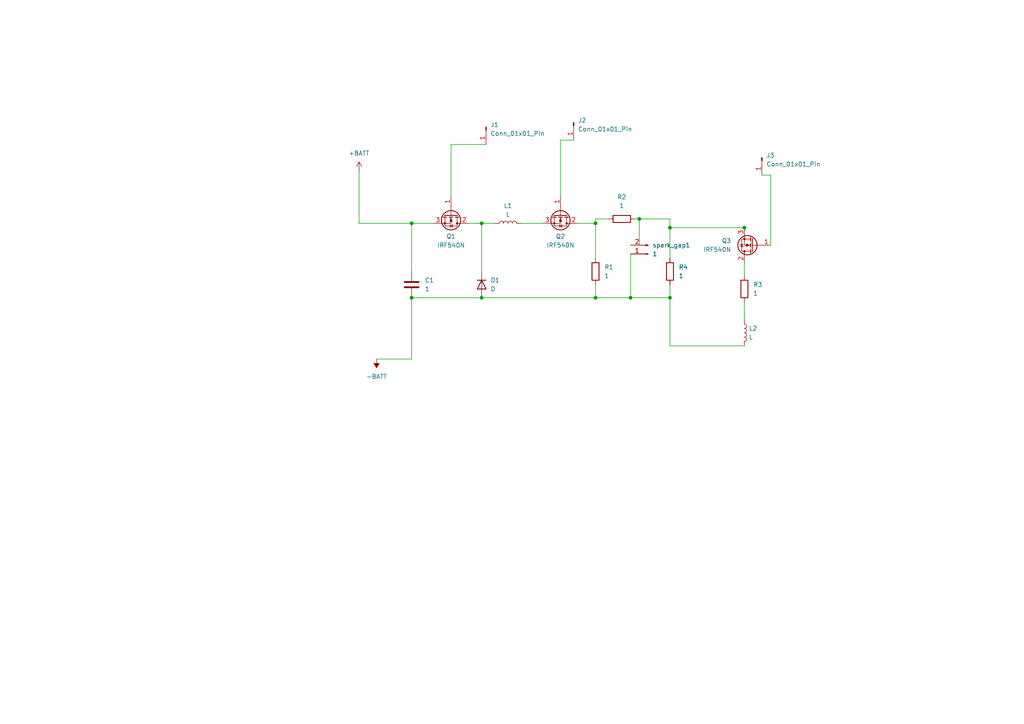
<source format=kicad_sch>
(kicad_sch (version 20230121) (generator eeschema)

  (uuid 11abf7e9-2284-4a17-a76f-d8d468ce9a11)

  (paper "A4")

  (lib_symbols
    (symbol "Connector:Conn_01x01_Pin" (pin_names (offset 1.016) hide) (in_bom yes) (on_board yes)
      (property "Reference" "J" (at 0 2.54 0)
        (effects (font (size 1.27 1.27)))
      )
      (property "Value" "Conn_01x01_Pin" (at 0 -2.54 0)
        (effects (font (size 1.27 1.27)))
      )
      (property "Footprint" "" (at 0 0 0)
        (effects (font (size 1.27 1.27)) hide)
      )
      (property "Datasheet" "~" (at 0 0 0)
        (effects (font (size 1.27 1.27)) hide)
      )
      (property "ki_locked" "" (at 0 0 0)
        (effects (font (size 1.27 1.27)))
      )
      (property "ki_keywords" "connector" (at 0 0 0)
        (effects (font (size 1.27 1.27)) hide)
      )
      (property "ki_description" "Generic connector, single row, 01x01, script generated" (at 0 0 0)
        (effects (font (size 1.27 1.27)) hide)
      )
      (property "ki_fp_filters" "Connector*:*_1x??_*" (at 0 0 0)
        (effects (font (size 1.27 1.27)) hide)
      )
      (symbol "Conn_01x01_Pin_1_1"
        (polyline
          (pts
            (xy 1.27 0)
            (xy 0.8636 0)
          )
          (stroke (width 0.1524) (type default))
          (fill (type none))
        )
        (rectangle (start 0.8636 0.127) (end 0 -0.127)
          (stroke (width 0.1524) (type default))
          (fill (type outline))
        )
        (pin passive line (at 5.08 0 180) (length 3.81)
          (name "Pin_1" (effects (font (size 1.27 1.27))))
          (number "1" (effects (font (size 1.27 1.27))))
        )
      )
    )
    (symbol "Connector:Conn_01x02_Pin" (pin_names (offset 1.016) hide) (in_bom yes) (on_board yes)
      (property "Reference" "J" (at 0 2.54 0)
        (effects (font (size 1.27 1.27)))
      )
      (property "Value" "Conn_01x02_Pin" (at 0 -5.08 0)
        (effects (font (size 1.27 1.27)))
      )
      (property "Footprint" "" (at 0 0 0)
        (effects (font (size 1.27 1.27)) hide)
      )
      (property "Datasheet" "~" (at 0 0 0)
        (effects (font (size 1.27 1.27)) hide)
      )
      (property "ki_locked" "" (at 0 0 0)
        (effects (font (size 1.27 1.27)))
      )
      (property "ki_keywords" "connector" (at 0 0 0)
        (effects (font (size 1.27 1.27)) hide)
      )
      (property "ki_description" "Generic connector, single row, 01x02, script generated" (at 0 0 0)
        (effects (font (size 1.27 1.27)) hide)
      )
      (property "ki_fp_filters" "Connector*:*_1x??_*" (at 0 0 0)
        (effects (font (size 1.27 1.27)) hide)
      )
      (symbol "Conn_01x02_Pin_1_1"
        (polyline
          (pts
            (xy 1.27 -2.54)
            (xy 0.8636 -2.54)
          )
          (stroke (width 0.1524) (type default))
          (fill (type none))
        )
        (polyline
          (pts
            (xy 1.27 0)
            (xy 0.8636 0)
          )
          (stroke (width 0.1524) (type default))
          (fill (type none))
        )
        (rectangle (start 0.8636 -2.413) (end 0 -2.667)
          (stroke (width 0.1524) (type default))
          (fill (type outline))
        )
        (rectangle (start 0.8636 0.127) (end 0 -0.127)
          (stroke (width 0.1524) (type default))
          (fill (type outline))
        )
        (pin passive line (at 5.08 0 180) (length 3.81)
          (name "Pin_1" (effects (font (size 1.27 1.27))))
          (number "1" (effects (font (size 1.27 1.27))))
        )
        (pin passive line (at 5.08 -2.54 180) (length 3.81)
          (name "Pin_2" (effects (font (size 1.27 1.27))))
          (number "2" (effects (font (size 1.27 1.27))))
        )
      )
    )
    (symbol "Device:C" (pin_numbers hide) (pin_names (offset 0.254)) (in_bom yes) (on_board yes)
      (property "Reference" "C" (at 0.635 2.54 0)
        (effects (font (size 1.27 1.27)) (justify left))
      )
      (property "Value" "C" (at 0.635 -2.54 0)
        (effects (font (size 1.27 1.27)) (justify left))
      )
      (property "Footprint" "" (at 0.9652 -3.81 0)
        (effects (font (size 1.27 1.27)) hide)
      )
      (property "Datasheet" "~" (at 0 0 0)
        (effects (font (size 1.27 1.27)) hide)
      )
      (property "ki_keywords" "cap capacitor" (at 0 0 0)
        (effects (font (size 1.27 1.27)) hide)
      )
      (property "ki_description" "Unpolarized capacitor" (at 0 0 0)
        (effects (font (size 1.27 1.27)) hide)
      )
      (property "ki_fp_filters" "C_*" (at 0 0 0)
        (effects (font (size 1.27 1.27)) hide)
      )
      (symbol "C_0_1"
        (polyline
          (pts
            (xy -2.032 -0.762)
            (xy 2.032 -0.762)
          )
          (stroke (width 0.508) (type default))
          (fill (type none))
        )
        (polyline
          (pts
            (xy -2.032 0.762)
            (xy 2.032 0.762)
          )
          (stroke (width 0.508) (type default))
          (fill (type none))
        )
      )
      (symbol "C_1_1"
        (pin passive line (at 0 3.81 270) (length 2.794)
          (name "~" (effects (font (size 1.27 1.27))))
          (number "1" (effects (font (size 1.27 1.27))))
        )
        (pin passive line (at 0 -3.81 90) (length 2.794)
          (name "~" (effects (font (size 1.27 1.27))))
          (number "2" (effects (font (size 1.27 1.27))))
        )
      )
    )
    (symbol "Device:D" (pin_numbers hide) (pin_names (offset 1.016) hide) (in_bom yes) (on_board yes)
      (property "Reference" "D" (at 0 2.54 0)
        (effects (font (size 1.27 1.27)))
      )
      (property "Value" "D" (at 0 -2.54 0)
        (effects (font (size 1.27 1.27)))
      )
      (property "Footprint" "" (at 0 0 0)
        (effects (font (size 1.27 1.27)) hide)
      )
      (property "Datasheet" "~" (at 0 0 0)
        (effects (font (size 1.27 1.27)) hide)
      )
      (property "Sim.Device" "D" (at 0 0 0)
        (effects (font (size 1.27 1.27)) hide)
      )
      (property "Sim.Pins" "1=K 2=A" (at 0 0 0)
        (effects (font (size 1.27 1.27)) hide)
      )
      (property "ki_keywords" "diode" (at 0 0 0)
        (effects (font (size 1.27 1.27)) hide)
      )
      (property "ki_description" "Diode" (at 0 0 0)
        (effects (font (size 1.27 1.27)) hide)
      )
      (property "ki_fp_filters" "TO-???* *_Diode_* *SingleDiode* D_*" (at 0 0 0)
        (effects (font (size 1.27 1.27)) hide)
      )
      (symbol "D_0_1"
        (polyline
          (pts
            (xy -1.27 1.27)
            (xy -1.27 -1.27)
          )
          (stroke (width 0.254) (type default))
          (fill (type none))
        )
        (polyline
          (pts
            (xy 1.27 0)
            (xy -1.27 0)
          )
          (stroke (width 0) (type default))
          (fill (type none))
        )
        (polyline
          (pts
            (xy 1.27 1.27)
            (xy 1.27 -1.27)
            (xy -1.27 0)
            (xy 1.27 1.27)
          )
          (stroke (width 0.254) (type default))
          (fill (type none))
        )
      )
      (symbol "D_1_1"
        (pin passive line (at -3.81 0 0) (length 2.54)
          (name "K" (effects (font (size 1.27 1.27))))
          (number "1" (effects (font (size 1.27 1.27))))
        )
        (pin passive line (at 3.81 0 180) (length 2.54)
          (name "A" (effects (font (size 1.27 1.27))))
          (number "2" (effects (font (size 1.27 1.27))))
        )
      )
    )
    (symbol "Device:L" (pin_numbers hide) (pin_names (offset 1.016) hide) (in_bom yes) (on_board yes)
      (property "Reference" "L" (at -1.27 0 90)
        (effects (font (size 1.27 1.27)))
      )
      (property "Value" "L" (at 1.905 0 90)
        (effects (font (size 1.27 1.27)))
      )
      (property "Footprint" "" (at 0 0 0)
        (effects (font (size 1.27 1.27)) hide)
      )
      (property "Datasheet" "~" (at 0 0 0)
        (effects (font (size 1.27 1.27)) hide)
      )
      (property "ki_keywords" "inductor choke coil reactor magnetic" (at 0 0 0)
        (effects (font (size 1.27 1.27)) hide)
      )
      (property "ki_description" "Inductor" (at 0 0 0)
        (effects (font (size 1.27 1.27)) hide)
      )
      (property "ki_fp_filters" "Choke_* *Coil* Inductor_* L_*" (at 0 0 0)
        (effects (font (size 1.27 1.27)) hide)
      )
      (symbol "L_0_1"
        (arc (start 0 -2.54) (mid 0.6323 -1.905) (end 0 -1.27)
          (stroke (width 0) (type default))
          (fill (type none))
        )
        (arc (start 0 -1.27) (mid 0.6323 -0.635) (end 0 0)
          (stroke (width 0) (type default))
          (fill (type none))
        )
        (arc (start 0 0) (mid 0.6323 0.635) (end 0 1.27)
          (stroke (width 0) (type default))
          (fill (type none))
        )
        (arc (start 0 1.27) (mid 0.6323 1.905) (end 0 2.54)
          (stroke (width 0) (type default))
          (fill (type none))
        )
      )
      (symbol "L_1_1"
        (pin passive line (at 0 3.81 270) (length 1.27)
          (name "1" (effects (font (size 1.27 1.27))))
          (number "1" (effects (font (size 1.27 1.27))))
        )
        (pin passive line (at 0 -3.81 90) (length 1.27)
          (name "2" (effects (font (size 1.27 1.27))))
          (number "2" (effects (font (size 1.27 1.27))))
        )
      )
    )
    (symbol "Device:R" (pin_numbers hide) (pin_names (offset 0)) (in_bom yes) (on_board yes)
      (property "Reference" "R" (at 2.032 0 90)
        (effects (font (size 1.27 1.27)))
      )
      (property "Value" "R" (at 0 0 90)
        (effects (font (size 1.27 1.27)))
      )
      (property "Footprint" "" (at -1.778 0 90)
        (effects (font (size 1.27 1.27)) hide)
      )
      (property "Datasheet" "~" (at 0 0 0)
        (effects (font (size 1.27 1.27)) hide)
      )
      (property "ki_keywords" "R res resistor" (at 0 0 0)
        (effects (font (size 1.27 1.27)) hide)
      )
      (property "ki_description" "Resistor" (at 0 0 0)
        (effects (font (size 1.27 1.27)) hide)
      )
      (property "ki_fp_filters" "R_*" (at 0 0 0)
        (effects (font (size 1.27 1.27)) hide)
      )
      (symbol "R_0_1"
        (rectangle (start -1.016 -2.54) (end 1.016 2.54)
          (stroke (width 0.254) (type default))
          (fill (type none))
        )
      )
      (symbol "R_1_1"
        (pin passive line (at 0 3.81 270) (length 1.27)
          (name "~" (effects (font (size 1.27 1.27))))
          (number "1" (effects (font (size 1.27 1.27))))
        )
        (pin passive line (at 0 -3.81 90) (length 1.27)
          (name "~" (effects (font (size 1.27 1.27))))
          (number "2" (effects (font (size 1.27 1.27))))
        )
      )
    )
    (symbol "Transistor_FET:IRF540N" (pin_names hide) (in_bom yes) (on_board yes)
      (property "Reference" "Q" (at 6.35 1.905 0)
        (effects (font (size 1.27 1.27)) (justify left))
      )
      (property "Value" "IRF540N" (at 6.35 0 0)
        (effects (font (size 1.27 1.27)) (justify left))
      )
      (property "Footprint" "Package_TO_SOT_THT:TO-220-3_Vertical" (at 6.35 -1.905 0)
        (effects (font (size 1.27 1.27) italic) (justify left) hide)
      )
      (property "Datasheet" "http://www.irf.com/product-info/datasheets/data/irf540n.pdf" (at 0 0 0)
        (effects (font (size 1.27 1.27)) (justify left) hide)
      )
      (property "ki_keywords" "HEXFET N-Channel MOSFET" (at 0 0 0)
        (effects (font (size 1.27 1.27)) hide)
      )
      (property "ki_description" "33A Id, 100V Vds, HEXFET N-Channel MOSFET, TO-220" (at 0 0 0)
        (effects (font (size 1.27 1.27)) hide)
      )
      (property "ki_fp_filters" "TO?220*" (at 0 0 0)
        (effects (font (size 1.27 1.27)) hide)
      )
      (symbol "IRF540N_0_1"
        (polyline
          (pts
            (xy 0.254 0)
            (xy -2.54 0)
          )
          (stroke (width 0) (type default))
          (fill (type none))
        )
        (polyline
          (pts
            (xy 0.254 1.905)
            (xy 0.254 -1.905)
          )
          (stroke (width 0.254) (type default))
          (fill (type none))
        )
        (polyline
          (pts
            (xy 0.762 -1.27)
            (xy 0.762 -2.286)
          )
          (stroke (width 0.254) (type default))
          (fill (type none))
        )
        (polyline
          (pts
            (xy 0.762 0.508)
            (xy 0.762 -0.508)
          )
          (stroke (width 0.254) (type default))
          (fill (type none))
        )
        (polyline
          (pts
            (xy 0.762 2.286)
            (xy 0.762 1.27)
          )
          (stroke (width 0.254) (type default))
          (fill (type none))
        )
        (polyline
          (pts
            (xy 2.54 2.54)
            (xy 2.54 1.778)
          )
          (stroke (width 0) (type default))
          (fill (type none))
        )
        (polyline
          (pts
            (xy 2.54 -2.54)
            (xy 2.54 0)
            (xy 0.762 0)
          )
          (stroke (width 0) (type default))
          (fill (type none))
        )
        (polyline
          (pts
            (xy 0.762 -1.778)
            (xy 3.302 -1.778)
            (xy 3.302 1.778)
            (xy 0.762 1.778)
          )
          (stroke (width 0) (type default))
          (fill (type none))
        )
        (polyline
          (pts
            (xy 1.016 0)
            (xy 2.032 0.381)
            (xy 2.032 -0.381)
            (xy 1.016 0)
          )
          (stroke (width 0) (type default))
          (fill (type outline))
        )
        (polyline
          (pts
            (xy 2.794 0.508)
            (xy 2.921 0.381)
            (xy 3.683 0.381)
            (xy 3.81 0.254)
          )
          (stroke (width 0) (type default))
          (fill (type none))
        )
        (polyline
          (pts
            (xy 3.302 0.381)
            (xy 2.921 -0.254)
            (xy 3.683 -0.254)
            (xy 3.302 0.381)
          )
          (stroke (width 0) (type default))
          (fill (type none))
        )
        (circle (center 1.651 0) (radius 2.794)
          (stroke (width 0.254) (type default))
          (fill (type none))
        )
        (circle (center 2.54 -1.778) (radius 0.254)
          (stroke (width 0) (type default))
          (fill (type outline))
        )
        (circle (center 2.54 1.778) (radius 0.254)
          (stroke (width 0) (type default))
          (fill (type outline))
        )
      )
      (symbol "IRF540N_1_1"
        (pin input line (at -5.08 0 0) (length 2.54)
          (name "G" (effects (font (size 1.27 1.27))))
          (number "1" (effects (font (size 1.27 1.27))))
        )
        (pin passive line (at 2.54 5.08 270) (length 2.54)
          (name "D" (effects (font (size 1.27 1.27))))
          (number "2" (effects (font (size 1.27 1.27))))
        )
        (pin passive line (at 2.54 -5.08 90) (length 2.54)
          (name "S" (effects (font (size 1.27 1.27))))
          (number "3" (effects (font (size 1.27 1.27))))
        )
      )
    )
    (symbol "power:+BATT" (power) (pin_names (offset 0)) (in_bom yes) (on_board yes)
      (property "Reference" "#PWR" (at 0 -3.81 0)
        (effects (font (size 1.27 1.27)) hide)
      )
      (property "Value" "+BATT" (at 0 3.556 0)
        (effects (font (size 1.27 1.27)))
      )
      (property "Footprint" "" (at 0 0 0)
        (effects (font (size 1.27 1.27)) hide)
      )
      (property "Datasheet" "" (at 0 0 0)
        (effects (font (size 1.27 1.27)) hide)
      )
      (property "ki_keywords" "global power battery" (at 0 0 0)
        (effects (font (size 1.27 1.27)) hide)
      )
      (property "ki_description" "Power symbol creates a global label with name \"+BATT\"" (at 0 0 0)
        (effects (font (size 1.27 1.27)) hide)
      )
      (symbol "+BATT_0_1"
        (polyline
          (pts
            (xy -0.762 1.27)
            (xy 0 2.54)
          )
          (stroke (width 0) (type default))
          (fill (type none))
        )
        (polyline
          (pts
            (xy 0 0)
            (xy 0 2.54)
          )
          (stroke (width 0) (type default))
          (fill (type none))
        )
        (polyline
          (pts
            (xy 0 2.54)
            (xy 0.762 1.27)
          )
          (stroke (width 0) (type default))
          (fill (type none))
        )
      )
      (symbol "+BATT_1_1"
        (pin power_in line (at 0 0 90) (length 0) hide
          (name "+BATT" (effects (font (size 1.27 1.27))))
          (number "1" (effects (font (size 1.27 1.27))))
        )
      )
    )
    (symbol "power:-BATT" (power) (pin_names (offset 0)) (in_bom yes) (on_board yes)
      (property "Reference" "#PWR" (at 0 -3.81 0)
        (effects (font (size 1.27 1.27)) hide)
      )
      (property "Value" "-BATT" (at 0 3.556 0)
        (effects (font (size 1.27 1.27)))
      )
      (property "Footprint" "" (at 0 0 0)
        (effects (font (size 1.27 1.27)) hide)
      )
      (property "Datasheet" "" (at 0 0 0)
        (effects (font (size 1.27 1.27)) hide)
      )
      (property "ki_keywords" "global power battery" (at 0 0 0)
        (effects (font (size 1.27 1.27)) hide)
      )
      (property "ki_description" "Power symbol creates a global label with name \"-BATT\"" (at 0 0 0)
        (effects (font (size 1.27 1.27)) hide)
      )
      (symbol "-BATT_0_1"
        (polyline
          (pts
            (xy 0 0)
            (xy 0 2.54)
          )
          (stroke (width 0) (type default))
          (fill (type none))
        )
        (polyline
          (pts
            (xy 0.762 1.27)
            (xy -0.762 1.27)
            (xy 0 2.54)
            (xy 0.762 1.27)
          )
          (stroke (width 0) (type default))
          (fill (type outline))
        )
      )
      (symbol "-BATT_1_1"
        (pin power_in line (at 0 0 90) (length 0) hide
          (name "-BATT" (effects (font (size 1.27 1.27))))
          (number "1" (effects (font (size 1.27 1.27))))
        )
      )
    )
  )

  (junction (at 194.31 86.36) (diameter 0) (color 0 0 0 0)
    (uuid 03e5834a-8cb1-46d8-83ae-63a32c1a9b53)
  )
  (junction (at 182.88 86.36) (diameter 0) (color 0 0 0 0)
    (uuid 28e24a6e-a28b-4004-b470-86aea5a20339)
  )
  (junction (at 139.7 64.77) (diameter 0) (color 0 0 0 0)
    (uuid 49a66117-185e-4708-bcf2-a5cc2938e76d)
  )
  (junction (at 194.31 66.04) (diameter 0) (color 0 0 0 0)
    (uuid 73294fd5-cf3e-46b8-a90e-68b46a87e569)
  )
  (junction (at 119.38 64.77) (diameter 0) (color 0 0 0 0)
    (uuid 9c0cc342-558c-4099-b7f7-5d7e950b3a76)
  )
  (junction (at 172.72 86.36) (diameter 0) (color 0 0 0 0)
    (uuid b318e1d9-ce79-402a-a5a7-5c0e37c5a725)
  )
  (junction (at 185.42 63.5) (diameter 0) (color 0 0 0 0)
    (uuid b719fad4-05bf-44db-9bc7-86c57a8650f6)
  )
  (junction (at 172.72 64.77) (diameter 0) (color 0 0 0 0)
    (uuid c271ed90-a1a2-4d93-83d3-2121da0f0c60)
  )
  (junction (at 139.7 86.36) (diameter 0) (color 0 0 0 0)
    (uuid d2ad7042-96dd-46a6-9f9c-cfdac78d2464)
  )
  (junction (at 119.38 86.36) (diameter 0) (color 0 0 0 0)
    (uuid d8d70a47-4b87-420a-a717-c46668336ddd)
  )
  (junction (at 215.9 66.04) (diameter 0) (color 0 0 0 0)
    (uuid e23d55a9-92ac-4154-a5dd-56557af3d78d)
  )

  (wire (pts (xy 119.38 86.36) (xy 139.7 86.36))
    (stroke (width 0) (type default))
    (uuid 02c563a7-6e82-48fe-b7a6-065d83323f57)
  )
  (wire (pts (xy 172.72 64.77) (xy 172.72 63.5))
    (stroke (width 0) (type default))
    (uuid 051c2b65-5283-46c9-a6c8-5de4a2601ad1)
  )
  (wire (pts (xy 151.13 64.77) (xy 157.48 64.77))
    (stroke (width 0) (type default))
    (uuid 05836b84-689d-4b9a-9ce9-f90bf8198506)
  )
  (wire (pts (xy 220.98 50.8) (xy 223.52 50.8))
    (stroke (width 0) (type default))
    (uuid 16bb7e38-bca1-4763-bcf4-b936cdf56f98)
  )
  (wire (pts (xy 223.52 71.12) (xy 223.52 50.8))
    (stroke (width 0) (type default))
    (uuid 1cbe3e42-7d94-4c80-9155-6ea78fbf5cef)
  )
  (wire (pts (xy 130.81 57.15) (xy 130.81 41.91))
    (stroke (width 0) (type default))
    (uuid 1dcd4390-e5cb-4c29-917b-15b96fb2d230)
  )
  (wire (pts (xy 130.81 41.91) (xy 140.97 41.91))
    (stroke (width 0) (type default))
    (uuid 2242827a-856b-40f6-b6a5-97b1c8764f4f)
  )
  (wire (pts (xy 125.73 64.77) (xy 119.38 64.77))
    (stroke (width 0) (type default))
    (uuid 2601019d-b752-42f6-aa92-6fd4086640da)
  )
  (wire (pts (xy 172.72 86.36) (xy 182.88 86.36))
    (stroke (width 0) (type default))
    (uuid 2f2d0006-6baa-4ab4-9876-145e26636bba)
  )
  (wire (pts (xy 194.31 63.5) (xy 194.31 66.04))
    (stroke (width 0) (type default))
    (uuid 32298b89-17d7-43b1-a5ed-4925b81af57a)
  )
  (wire (pts (xy 162.56 40.64) (xy 166.37 40.64))
    (stroke (width 0) (type default))
    (uuid 396cc7b5-c2a5-4ff1-b696-4e2e25c3e19b)
  )
  (wire (pts (xy 172.72 86.36) (xy 172.72 82.55))
    (stroke (width 0) (type default))
    (uuid 3caaf898-bd9c-4787-90a9-cb2dfefc4f44)
  )
  (wire (pts (xy 215.9 66.04) (xy 215.9 67.31))
    (stroke (width 0) (type default))
    (uuid 4021ac0c-47ef-47fe-b30d-bd2502f3cfdc)
  )
  (wire (pts (xy 185.42 71.12) (xy 185.42 63.5))
    (stroke (width 0) (type default))
    (uuid 4994866c-ee61-43d7-9aa3-99758fdc9b8e)
  )
  (wire (pts (xy 104.14 64.77) (xy 104.14 49.53))
    (stroke (width 0) (type default))
    (uuid 4c9f6651-808e-47cd-89e1-1fc0604b72e1)
  )
  (wire (pts (xy 119.38 64.77) (xy 104.14 64.77))
    (stroke (width 0) (type default))
    (uuid 4d127d34-9013-484e-976e-5afdaa026949)
  )
  (wire (pts (xy 119.38 86.36) (xy 119.38 104.14))
    (stroke (width 0) (type default))
    (uuid 574bd2b9-5262-453c-820c-ecc6e3007a80)
  )
  (wire (pts (xy 194.31 66.04) (xy 194.31 74.93))
    (stroke (width 0) (type default))
    (uuid 5a7fbd38-e6d4-4a37-bb35-70294e6c5b32)
  )
  (wire (pts (xy 172.72 74.93) (xy 172.72 64.77))
    (stroke (width 0) (type default))
    (uuid 6d0a6e0e-6b1d-4d56-a2e1-a7fa96ddcf15)
  )
  (wire (pts (xy 215.9 87.63) (xy 215.9 92.71))
    (stroke (width 0) (type default))
    (uuid 7573f4cb-841e-4ec6-8b5b-0a7b0a1e07a8)
  )
  (wire (pts (xy 139.7 86.36) (xy 172.72 86.36))
    (stroke (width 0) (type default))
    (uuid 791a18aa-a5f4-4fdf-9600-786cf5bf104d)
  )
  (wire (pts (xy 182.88 86.36) (xy 194.31 86.36))
    (stroke (width 0) (type default))
    (uuid 7a9e0721-9282-4ec6-8fe8-df84cbe72b35)
  )
  (wire (pts (xy 119.38 104.14) (xy 109.22 104.14))
    (stroke (width 0) (type default))
    (uuid 7f7829eb-1bc2-4cf2-997e-e05637bab75b)
  )
  (wire (pts (xy 194.31 86.36) (xy 194.31 82.55))
    (stroke (width 0) (type default))
    (uuid 7fcd399f-1275-4beb-b2d5-ef295ca8e127)
  )
  (wire (pts (xy 182.88 73.66) (xy 182.88 86.36))
    (stroke (width 0) (type default))
    (uuid 82107bf4-e81e-494f-a6bb-4722cbcf5e5c)
  )
  (wire (pts (xy 194.31 66.04) (xy 215.9 66.04))
    (stroke (width 0) (type default))
    (uuid 90614bdc-8aff-43eb-a502-721ba4258789)
  )
  (wire (pts (xy 185.42 63.5) (xy 194.31 63.5))
    (stroke (width 0) (type default))
    (uuid a1792bff-9cc9-4348-a010-7fa55eab42c5)
  )
  (wire (pts (xy 119.38 64.77) (xy 119.38 78.74))
    (stroke (width 0) (type default))
    (uuid b2c7d6df-aaf5-4f14-b089-e6bb7918d0eb)
  )
  (wire (pts (xy 194.31 100.33) (xy 215.9 100.33))
    (stroke (width 0) (type default))
    (uuid ba775028-08de-43eb-81a9-2b9e3ef1bb4c)
  )
  (wire (pts (xy 167.64 64.77) (xy 172.72 64.77))
    (stroke (width 0) (type default))
    (uuid bdf7028a-3ee6-433a-8cde-e478d5bac0b5)
  )
  (wire (pts (xy 184.15 63.5) (xy 185.42 63.5))
    (stroke (width 0) (type default))
    (uuid c2823a5c-2253-4d67-9d7d-ce662f6ad051)
  )
  (wire (pts (xy 139.7 64.77) (xy 143.51 64.77))
    (stroke (width 0) (type default))
    (uuid c2aaf4bd-609e-4bd8-a2ad-e26915671c28)
  )
  (wire (pts (xy 182.88 71.12) (xy 185.42 71.12))
    (stroke (width 0) (type default))
    (uuid c2eee889-da9f-497f-b6dc-a8a2c8b49c3a)
  )
  (wire (pts (xy 162.56 57.15) (xy 162.56 40.64))
    (stroke (width 0) (type default))
    (uuid c703f2fc-e151-438e-80c0-8cdc9242a133)
  )
  (wire (pts (xy 135.89 64.77) (xy 139.7 64.77))
    (stroke (width 0) (type default))
    (uuid d631213d-a7e7-44b4-ba49-0ce283dcb791)
  )
  (wire (pts (xy 139.7 64.77) (xy 139.7 78.74))
    (stroke (width 0) (type default))
    (uuid de46edcb-ed8b-4c59-8d0a-829925447eb5)
  )
  (wire (pts (xy 194.31 86.36) (xy 194.31 100.33))
    (stroke (width 0) (type default))
    (uuid e31fb553-db29-4a84-b88e-c2391636cc9f)
  )
  (wire (pts (xy 215.9 76.2) (xy 215.9 80.01))
    (stroke (width 0) (type default))
    (uuid e42aafd7-29b9-45d8-8026-0fa35f50b99a)
  )
  (wire (pts (xy 172.72 63.5) (xy 176.53 63.5))
    (stroke (width 0) (type default))
    (uuid ff0491b7-6f38-461e-98b7-186f3ace45b5)
  )

  (symbol (lib_id "power:+BATT") (at 104.14 49.53 0) (unit 1)
    (in_bom yes) (on_board yes) (dnp no) (fields_autoplaced)
    (uuid 04555f30-b835-4e0b-a03d-b7ae3f0d92e9)
    (property "Reference" "#PWR01" (at 104.14 53.34 0)
      (effects (font (size 1.27 1.27)) hide)
    )
    (property "Value" "+BATT" (at 104.14 44.45 0)
      (effects (font (size 1.27 1.27)))
    )
    (property "Footprint" "" (at 104.14 49.53 0)
      (effects (font (size 1.27 1.27)) hide)
    )
    (property "Datasheet" "" (at 104.14 49.53 0)
      (effects (font (size 1.27 1.27)) hide)
    )
    (pin "1" (uuid 2a398453-307a-4df1-9ff1-5e96d02fa67c))
    (instances
      (project "edm"
        (path "/11abf7e9-2284-4a17-a76f-d8d468ce9a11"
          (reference "#PWR01") (unit 1)
        )
      )
    )
  )

  (symbol (lib_id "Device:C") (at 119.38 82.55 0) (unit 1)
    (in_bom yes) (on_board yes) (dnp no) (fields_autoplaced)
    (uuid 13fae040-5bdc-4035-831a-8574a1b2faed)
    (property "Reference" "C1" (at 123.19 81.28 0)
      (effects (font (size 1.27 1.27)) (justify left))
    )
    (property "Value" "1" (at 123.19 83.82 0)
      (effects (font (size 1.27 1.27)) (justify left))
    )
    (property "Footprint" "Capacitor_THT:CP_Axial_L37.0mm_D20.0mm_P43.00mm_Horizontal" (at 120.3452 86.36 0)
      (effects (font (size 1.27 1.27)) hide)
    )
    (property "Datasheet" "~" (at 119.38 82.55 0)
      (effects (font (size 1.27 1.27)) hide)
    )
    (pin "2" (uuid 6cfbc14f-2e29-441f-8a89-ab39183f09b8))
    (pin "1" (uuid ab7d0458-a2c0-4264-9b45-5cdb44ad3966))
    (instances
      (project "edm"
        (path "/11abf7e9-2284-4a17-a76f-d8d468ce9a11"
          (reference "C1") (unit 1)
        )
      )
    )
  )

  (symbol (lib_id "Connector:Conn_01x02_Pin") (at 187.96 73.66 180) (unit 1)
    (in_bom yes) (on_board yes) (dnp no) (fields_autoplaced)
    (uuid 14ead434-16de-40dd-8671-23f47ea857cf)
    (property "Reference" "spark_gap1" (at 189.23 71.12 0)
      (effects (font (size 1.27 1.27)) (justify right))
    )
    (property "Value" "1" (at 189.23 73.66 0)
      (effects (font (size 1.27 1.27)) (justify right))
    )
    (property "Footprint" "Connector_PinHeader_2.54mm:PinHeader_1x02_P2.54mm_Vertical" (at 187.96 73.66 0)
      (effects (font (size 1.27 1.27)) hide)
    )
    (property "Datasheet" "~" (at 187.96 73.66 0)
      (effects (font (size 1.27 1.27)) hide)
    )
    (pin "2" (uuid 0eb1eb69-37fc-43aa-8c54-69e96adb0871))
    (pin "1" (uuid f885e378-38b9-4470-90a8-edb94e8798ad))
    (instances
      (project "edm"
        (path "/11abf7e9-2284-4a17-a76f-d8d468ce9a11"
          (reference "spark_gap1") (unit 1)
        )
      )
    )
  )

  (symbol (lib_id "Device:R") (at 215.9 83.82 180) (unit 1)
    (in_bom yes) (on_board yes) (dnp no) (fields_autoplaced)
    (uuid 191c2a40-2ed7-44ba-ab28-e12e44314f27)
    (property "Reference" "R3" (at 218.44 82.55 0)
      (effects (font (size 1.27 1.27)) (justify right))
    )
    (property "Value" "1" (at 218.44 85.09 0)
      (effects (font (size 1.27 1.27)) (justify right))
    )
    (property "Footprint" "Resistor_THT:R_Axial_DIN0414_L11.9mm_D4.5mm_P20.32mm_Horizontal" (at 217.678 83.82 90)
      (effects (font (size 1.27 1.27)) hide)
    )
    (property "Datasheet" "~" (at 215.9 83.82 0)
      (effects (font (size 1.27 1.27)) hide)
    )
    (pin "1" (uuid c9c16e12-06b7-41ae-8653-87afdad35f9d))
    (pin "2" (uuid 45454b99-d3b5-4abf-8bed-ded3c7965a89))
    (instances
      (project "edm"
        (path "/11abf7e9-2284-4a17-a76f-d8d468ce9a11"
          (reference "R3") (unit 1)
        )
      )
    )
  )

  (symbol (lib_id "Device:R") (at 180.34 63.5 90) (unit 1)
    (in_bom yes) (on_board yes) (dnp no) (fields_autoplaced)
    (uuid 1a2a2048-a3ab-47d6-a548-4a2d4dbd10b7)
    (property "Reference" "R2" (at 180.34 57.15 90)
      (effects (font (size 1.27 1.27)))
    )
    (property "Value" "1" (at 180.34 59.69 90)
      (effects (font (size 1.27 1.27)))
    )
    (property "Footprint" "Resistor_THT:R_Axial_DIN0414_L11.9mm_D4.5mm_P20.32mm_Horizontal" (at 180.34 65.278 90)
      (effects (font (size 1.27 1.27)) hide)
    )
    (property "Datasheet" "~" (at 180.34 63.5 0)
      (effects (font (size 1.27 1.27)) hide)
    )
    (pin "1" (uuid c9c16e12-06b7-41ae-8653-87afdad35f9e))
    (pin "2" (uuid 45454b99-d3b5-4abf-8bed-ded3c7965a8a))
    (instances
      (project "edm"
        (path "/11abf7e9-2284-4a17-a76f-d8d468ce9a11"
          (reference "R2") (unit 1)
        )
      )
    )
  )

  (symbol (lib_id "Connector:Conn_01x01_Pin") (at 140.97 36.83 270) (unit 1)
    (in_bom yes) (on_board yes) (dnp no) (fields_autoplaced)
    (uuid 1c2a5910-cf08-417a-9f0e-a9102f4a9378)
    (property "Reference" "J1" (at 142.24 36.195 90)
      (effects (font (size 1.27 1.27)) (justify left))
    )
    (property "Value" "Conn_01x01_Pin" (at 142.24 38.735 90)
      (effects (font (size 1.27 1.27)) (justify left))
    )
    (property "Footprint" "Connector_Pin:Pin_D0.7mm_L6.5mm_W1.8mm_FlatFork" (at 140.97 36.83 0)
      (effects (font (size 1.27 1.27)) hide)
    )
    (property "Datasheet" "~" (at 140.97 36.83 0)
      (effects (font (size 1.27 1.27)) hide)
    )
    (pin "1" (uuid 1c485fb6-bc01-4f5b-b580-54e078bf2ddd))
    (instances
      (project "edm"
        (path "/11abf7e9-2284-4a17-a76f-d8d468ce9a11"
          (reference "J1") (unit 1)
        )
      )
    )
  )

  (symbol (lib_id "Transistor_FET:IRF540N") (at 162.56 62.23 270) (unit 1)
    (in_bom yes) (on_board yes) (dnp no) (fields_autoplaced)
    (uuid 3010366d-d368-4c9b-a309-103e0b4c9386)
    (property "Reference" "Q2" (at 162.56 68.58 90)
      (effects (font (size 1.27 1.27)))
    )
    (property "Value" "IRF540N" (at 162.56 71.12 90)
      (effects (font (size 1.27 1.27)))
    )
    (property "Footprint" "Package_TO_SOT_THT:TO-220-3_Vertical" (at 160.655 68.58 0)
      (effects (font (size 1.27 1.27) italic) (justify left) hide)
    )
    (property "Datasheet" "http://www.irf.com/product-info/datasheets/data/irf540n.pdf" (at 162.56 62.23 0)
      (effects (font (size 1.27 1.27)) (justify left) hide)
    )
    (pin "2" (uuid 931629db-b354-4049-b0fe-4d3ffa71b606))
    (pin "1" (uuid 6fd768b7-a5aa-4cea-922f-ad1b8da73079))
    (pin "3" (uuid a00a6c2e-902f-4e5d-a2ab-4b982f12fdbf))
    (instances
      (project "edm"
        (path "/11abf7e9-2284-4a17-a76f-d8d468ce9a11"
          (reference "Q2") (unit 1)
        )
      )
    )
  )

  (symbol (lib_id "Transistor_FET:IRF540N") (at 130.81 62.23 270) (unit 1)
    (in_bom yes) (on_board yes) (dnp no) (fields_autoplaced)
    (uuid 3b4a4f58-08a7-4398-a0f7-32d6144b1416)
    (property "Reference" "Q1" (at 130.81 68.58 90)
      (effects (font (size 1.27 1.27)))
    )
    (property "Value" "IRF540N" (at 130.81 71.12 90)
      (effects (font (size 1.27 1.27)))
    )
    (property "Footprint" "Package_TO_SOT_THT:TO-220-3_Vertical" (at 128.905 68.58 0)
      (effects (font (size 1.27 1.27) italic) (justify left) hide)
    )
    (property "Datasheet" "http://www.irf.com/product-info/datasheets/data/irf540n.pdf" (at 130.81 62.23 0)
      (effects (font (size 1.27 1.27)) (justify left) hide)
    )
    (pin "2" (uuid 931629db-b354-4049-b0fe-4d3ffa71b607))
    (pin "1" (uuid 6fd768b7-a5aa-4cea-922f-ad1b8da7307a))
    (pin "3" (uuid a00a6c2e-902f-4e5d-a2ab-4b982f12fdc0))
    (instances
      (project "edm"
        (path "/11abf7e9-2284-4a17-a76f-d8d468ce9a11"
          (reference "Q1") (unit 1)
        )
      )
    )
  )

  (symbol (lib_id "power:-BATT") (at 109.22 104.14 180) (unit 1)
    (in_bom yes) (on_board yes) (dnp no) (fields_autoplaced)
    (uuid 5d2af1fb-c77d-4c67-81dd-adab0da85c07)
    (property "Reference" "#PWR02" (at 109.22 100.33 0)
      (effects (font (size 1.27 1.27)) hide)
    )
    (property "Value" "-BATT" (at 109.22 109.22 0)
      (effects (font (size 1.27 1.27)))
    )
    (property "Footprint" "" (at 109.22 104.14 0)
      (effects (font (size 1.27 1.27)) hide)
    )
    (property "Datasheet" "" (at 109.22 104.14 0)
      (effects (font (size 1.27 1.27)) hide)
    )
    (pin "1" (uuid fb7b7948-e389-4b1f-9d22-5ecfeaf64e13))
    (instances
      (project "edm"
        (path "/11abf7e9-2284-4a17-a76f-d8d468ce9a11"
          (reference "#PWR02") (unit 1)
        )
      )
    )
  )

  (symbol (lib_id "Transistor_FET:IRF540N") (at 218.44 71.12 180) (unit 1)
    (in_bom yes) (on_board yes) (dnp no) (fields_autoplaced)
    (uuid 6196254b-e03a-4286-aec8-8aa210531ed9)
    (property "Reference" "Q3" (at 212.09 69.85 0)
      (effects (font (size 1.27 1.27)) (justify left))
    )
    (property "Value" "IRF540N" (at 212.09 72.39 0)
      (effects (font (size 1.27 1.27)) (justify left))
    )
    (property "Footprint" "Package_TO_SOT_THT:TO-220-3_Vertical" (at 212.09 69.215 0)
      (effects (font (size 1.27 1.27) italic) (justify left) hide)
    )
    (property "Datasheet" "http://www.irf.com/product-info/datasheets/data/irf540n.pdf" (at 218.44 71.12 0)
      (effects (font (size 1.27 1.27)) (justify left) hide)
    )
    (pin "2" (uuid 931629db-b354-4049-b0fe-4d3ffa71b608))
    (pin "1" (uuid 6fd768b7-a5aa-4cea-922f-ad1b8da7307b))
    (pin "3" (uuid a00a6c2e-902f-4e5d-a2ab-4b982f12fdc1))
    (instances
      (project "edm"
        (path "/11abf7e9-2284-4a17-a76f-d8d468ce9a11"
          (reference "Q3") (unit 1)
        )
      )
    )
  )

  (symbol (lib_id "Device:R") (at 172.72 78.74 0) (unit 1)
    (in_bom yes) (on_board yes) (dnp no) (fields_autoplaced)
    (uuid 64e67344-77fd-48cb-b2a0-3703c782205a)
    (property "Reference" "R1" (at 175.26 77.47 0)
      (effects (font (size 1.27 1.27)) (justify left))
    )
    (property "Value" "1" (at 175.26 80.01 0)
      (effects (font (size 1.27 1.27)) (justify left))
    )
    (property "Footprint" "Resistor_THT:R_Axial_DIN0918_L18.0mm_D9.0mm_P25.40mm_Horizontal" (at 170.942 78.74 90)
      (effects (font (size 1.27 1.27)) hide)
    )
    (property "Datasheet" "~" (at 172.72 78.74 0)
      (effects (font (size 1.27 1.27)) hide)
    )
    (pin "1" (uuid c9c16e12-06b7-41ae-8653-87afdad35f9f))
    (pin "2" (uuid 45454b99-d3b5-4abf-8bed-ded3c7965a8b))
    (instances
      (project "edm"
        (path "/11abf7e9-2284-4a17-a76f-d8d468ce9a11"
          (reference "R1") (unit 1)
        )
      )
    )
  )

  (symbol (lib_id "Connector:Conn_01x01_Pin") (at 166.37 35.56 270) (unit 1)
    (in_bom yes) (on_board yes) (dnp no) (fields_autoplaced)
    (uuid 7cd3e9f3-65e1-4ac9-8da9-1c18289b37b2)
    (property "Reference" "J2" (at 167.64 34.925 90)
      (effects (font (size 1.27 1.27)) (justify left))
    )
    (property "Value" "Conn_01x01_Pin" (at 167.64 37.465 90)
      (effects (font (size 1.27 1.27)) (justify left))
    )
    (property "Footprint" "Connector_Pin:Pin_D0.7mm_L6.5mm_W1.8mm_FlatFork" (at 166.37 35.56 0)
      (effects (font (size 1.27 1.27)) hide)
    )
    (property "Datasheet" "~" (at 166.37 35.56 0)
      (effects (font (size 1.27 1.27)) hide)
    )
    (pin "1" (uuid 1c485fb6-bc01-4f5b-b580-54e078bf2ddd))
    (instances
      (project "edm"
        (path "/11abf7e9-2284-4a17-a76f-d8d468ce9a11"
          (reference "J2") (unit 1)
        )
      )
    )
  )

  (symbol (lib_id "Device:D") (at 139.7 82.55 270) (unit 1)
    (in_bom yes) (on_board yes) (dnp no) (fields_autoplaced)
    (uuid 8384461a-7806-45bf-baba-33742283ba07)
    (property "Reference" "D1" (at 142.24 81.28 90)
      (effects (font (size 1.27 1.27)) (justify left))
    )
    (property "Value" "D" (at 142.24 83.82 90)
      (effects (font (size 1.27 1.27)) (justify left))
    )
    (property "Footprint" "Diode_THT:D_5KP_P10.16mm_Horizontal" (at 139.7 82.55 0)
      (effects (font (size 1.27 1.27)) hide)
    )
    (property "Datasheet" "~" (at 139.7 82.55 0)
      (effects (font (size 1.27 1.27)) hide)
    )
    (property "Sim.Device" "D" (at 139.7 82.55 0)
      (effects (font (size 1.27 1.27)) hide)
    )
    (property "Sim.Pins" "1=K 2=A" (at 139.7 82.55 0)
      (effects (font (size 1.27 1.27)) hide)
    )
    (pin "2" (uuid 49b5a34f-8b88-4ead-9aec-22802e1d28e8))
    (pin "1" (uuid ae18e89a-5e5a-4593-b28c-d3718bb53e15))
    (instances
      (project "edm"
        (path "/11abf7e9-2284-4a17-a76f-d8d468ce9a11"
          (reference "D1") (unit 1)
        )
      )
    )
  )

  (symbol (lib_id "Connector:Conn_01x01_Pin") (at 220.98 45.72 270) (unit 1)
    (in_bom yes) (on_board yes) (dnp no) (fields_autoplaced)
    (uuid 8635e5e4-d408-4d1f-bd41-af9fbd13fdfd)
    (property "Reference" "J3" (at 222.25 45.085 90)
      (effects (font (size 1.27 1.27)) (justify left))
    )
    (property "Value" "Conn_01x01_Pin" (at 222.25 47.625 90)
      (effects (font (size 1.27 1.27)) (justify left))
    )
    (property "Footprint" "Connector_Pin:Pin_D0.7mm_L6.5mm_W1.8mm_FlatFork" (at 220.98 45.72 0)
      (effects (font (size 1.27 1.27)) hide)
    )
    (property "Datasheet" "~" (at 220.98 45.72 0)
      (effects (font (size 1.27 1.27)) hide)
    )
    (pin "1" (uuid 1c485fb6-bc01-4f5b-b580-54e078bf2ddd))
    (instances
      (project "edm"
        (path "/11abf7e9-2284-4a17-a76f-d8d468ce9a11"
          (reference "J3") (unit 1)
        )
      )
    )
  )

  (symbol (lib_id "Device:L") (at 215.9 96.52 0) (unit 1)
    (in_bom yes) (on_board yes) (dnp no) (fields_autoplaced)
    (uuid 8e4be9cb-4bda-4ab1-bce4-8393122a08fe)
    (property "Reference" "L2" (at 217.17 95.25 0)
      (effects (font (size 1.27 1.27)) (justify left))
    )
    (property "Value" "L" (at 217.17 97.79 0)
      (effects (font (size 1.27 1.27)) (justify left))
    )
    (property "Footprint" "Diode_THT:D_5KP_P10.16mm_Horizontal" (at 215.9 96.52 0)
      (effects (font (size 1.27 1.27)) hide)
    )
    (property "Datasheet" "~" (at 215.9 96.52 0)
      (effects (font (size 1.27 1.27)) hide)
    )
    (pin "2" (uuid 9758b2ff-5d36-4d87-bdbc-dcb2a9738ab4))
    (pin "1" (uuid f23da709-2082-41f9-aca3-c262eed32afe))
    (instances
      (project "edm"
        (path "/11abf7e9-2284-4a17-a76f-d8d468ce9a11"
          (reference "L2") (unit 1)
        )
      )
    )
  )

  (symbol (lib_id "Device:L") (at 147.32 64.77 90) (unit 1)
    (in_bom yes) (on_board yes) (dnp no) (fields_autoplaced)
    (uuid bbb385f9-a48e-4a4d-ab5d-844cc9094cf3)
    (property "Reference" "L1" (at 147.32 59.69 90)
      (effects (font (size 1.27 1.27)))
    )
    (property "Value" "L" (at 147.32 62.23 90)
      (effects (font (size 1.27 1.27)))
    )
    (property "Footprint" "Diode_THT:D_5KP_P10.16mm_Horizontal" (at 147.32 64.77 0)
      (effects (font (size 1.27 1.27)) hide)
    )
    (property "Datasheet" "~" (at 147.32 64.77 0)
      (effects (font (size 1.27 1.27)) hide)
    )
    (pin "2" (uuid 9758b2ff-5d36-4d87-bdbc-dcb2a9738ab5))
    (pin "1" (uuid f23da709-2082-41f9-aca3-c262eed32aff))
    (instances
      (project "edm"
        (path "/11abf7e9-2284-4a17-a76f-d8d468ce9a11"
          (reference "L1") (unit 1)
        )
      )
    )
  )

  (symbol (lib_id "Device:R") (at 194.31 78.74 180) (unit 1)
    (in_bom yes) (on_board yes) (dnp no) (fields_autoplaced)
    (uuid e66d5b5f-f81e-4951-bf99-130307150216)
    (property "Reference" "R4" (at 196.85 77.47 0)
      (effects (font (size 1.27 1.27)) (justify right))
    )
    (property "Value" "1" (at 196.85 80.01 0)
      (effects (font (size 1.27 1.27)) (justify right))
    )
    (property "Footprint" "Resistor_THT:R_Axial_DIN0414_L11.9mm_D4.5mm_P20.32mm_Horizontal" (at 196.088 78.74 90)
      (effects (font (size 1.27 1.27)) hide)
    )
    (property "Datasheet" "~" (at 194.31 78.74 0)
      (effects (font (size 1.27 1.27)) hide)
    )
    (pin "1" (uuid c9c16e12-06b7-41ae-8653-87afdad35fa0))
    (pin "2" (uuid 45454b99-d3b5-4abf-8bed-ded3c7965a8c))
    (instances
      (project "edm"
        (path "/11abf7e9-2284-4a17-a76f-d8d468ce9a11"
          (reference "R4") (unit 1)
        )
      )
    )
  )

  (sheet_instances
    (path "/" (page "1"))
  )
)

</source>
